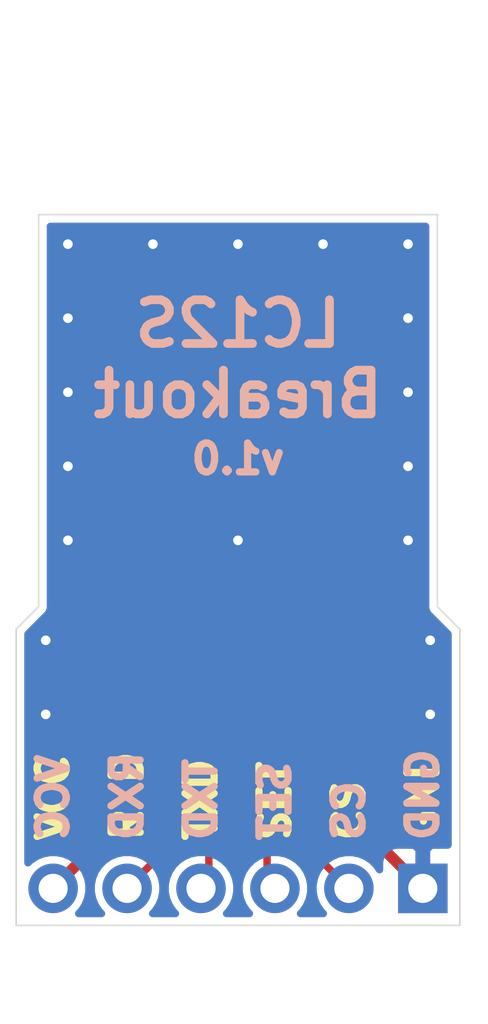
<source format=kicad_pcb>
(kicad_pcb (version 20171130) (host pcbnew "(5.1.10-1-10_14)")

  (general
    (thickness 1.6)
    (drawings 22)
    (tracks 32)
    (zones 0)
    (modules 2)
    (nets 7)
  )

  (page A4)
  (title_block
    (title "LC12S Breakout")
    (date 2021-09-27)
    (rev v01)
    (comment 3 "License: MIT")
    (comment 4 "Author: Mike Causer")
  )

  (layers
    (0 F.Cu signal)
    (31 B.Cu signal)
    (32 B.Adhes user)
    (33 F.Adhes user)
    (34 B.Paste user)
    (35 F.Paste user)
    (36 B.SilkS user)
    (37 F.SilkS user)
    (38 B.Mask user)
    (39 F.Mask user)
    (40 Dwgs.User user)
    (41 Cmts.User user)
    (42 Eco1.User user)
    (43 Eco2.User user)
    (44 Edge.Cuts user)
    (45 Margin user)
    (46 B.CrtYd user)
    (47 F.CrtYd user)
    (48 B.Fab user)
    (49 F.Fab user)
  )

  (setup
    (last_trace_width 0.254)
    (user_trace_width 0.254)
    (user_trace_width 0.381)
    (trace_clearance 0.1524)
    (zone_clearance 0.254)
    (zone_45_only no)
    (trace_min 0.1524)
    (via_size 0.6858)
    (via_drill 0.3302)
    (via_min_size 0.6858)
    (via_min_drill 0.3302)
    (uvia_size 0.6858)
    (uvia_drill 0.3302)
    (uvias_allowed no)
    (uvia_min_size 0.6858)
    (uvia_min_drill 0.3302)
    (edge_width 0.05)
    (segment_width 0.2)
    (pcb_text_width 0.3)
    (pcb_text_size 1.5 1.5)
    (mod_edge_width 0.12)
    (mod_text_size 1 1)
    (mod_text_width 0.15)
    (pad_size 1.524 1.524)
    (pad_drill 0.762)
    (pad_to_mask_clearance 0.0508)
    (solder_mask_min_width 0.0508)
    (aux_axis_origin 0 0)
    (visible_elements FFFFF77F)
    (pcbplotparams
      (layerselection 0x010fc_ffffffff)
      (usegerberextensions false)
      (usegerberattributes true)
      (usegerberadvancedattributes true)
      (creategerberjobfile true)
      (excludeedgelayer true)
      (linewidth 0.100000)
      (plotframeref false)
      (viasonmask false)
      (mode 1)
      (useauxorigin false)
      (hpglpennumber 1)
      (hpglpenspeed 20)
      (hpglpendiameter 15.000000)
      (psnegative false)
      (psa4output false)
      (plotreference true)
      (plotvalue true)
      (plotinvisibletext false)
      (padsonsilk false)
      (subtractmaskfromsilk false)
      (outputformat 1)
      (mirror false)
      (drillshape 1)
      (scaleselection 1)
      (outputdirectory ""))
  )

  (net 0 "")
  (net 1 "Net-(J1-Pad6)")
  (net 2 "Net-(J1-Pad5)")
  (net 3 "Net-(J1-Pad4)")
  (net 4 "Net-(J1-Pad3)")
  (net 5 "Net-(J1-Pad2)")
  (net 6 "Net-(J1-Pad1)")

  (net_class Default "This is the default net class."
    (clearance 0.1524)
    (trace_width 0.1524)
    (via_dia 0.6858)
    (via_drill 0.3302)
    (uvia_dia 0.6858)
    (uvia_drill 0.3302)
    (add_net "Net-(J1-Pad1)")
    (add_net "Net-(J1-Pad2)")
    (add_net "Net-(J1-Pad3)")
    (add_net "Net-(J1-Pad4)")
    (add_net "Net-(J1-Pad5)")
    (add_net "Net-(J1-Pad6)")
  )

  (module lc12s_breakout:PinHeader_1x06_P2.54mm_Vertical (layer F.Cu) (tedit 6151B40F) (tstamp 61521650)
    (at 133.35 127 270)
    (descr "Through hole straight pin header, 1x06, 2.54mm pitch, single row")
    (tags "Through hole pin header THT 1x06 2.54mm single row")
    (path /6151E7B7)
    (fp_text reference J1 (at 3.81 -1.27 180) (layer F.Fab)
      (effects (font (size 1 1) (thickness 0.15)))
    )
    (fp_text value Conn_01x06_Male (at 3.81 7.62 180) (layer F.Fab)
      (effects (font (size 1 1) (thickness 0.15)))
    )
    (fp_line (start -0.635 -1.27) (end 1.27 -1.27) (layer F.Fab) (width 0.1))
    (fp_line (start 1.27 -1.27) (end 1.27 13.97) (layer F.Fab) (width 0.1))
    (fp_line (start 1.27 13.97) (end -1.27 13.97) (layer F.Fab) (width 0.1))
    (fp_line (start -1.27 13.97) (end -1.27 -0.635) (layer F.Fab) (width 0.1))
    (fp_line (start -1.27 -0.635) (end -0.635 -1.27) (layer F.Fab) (width 0.1))
    (fp_line (start -1.8 -1.8) (end -1.8 14.5) (layer F.CrtYd) (width 0.05))
    (fp_line (start -1.8 14.5) (end 1.8 14.5) (layer F.CrtYd) (width 0.05))
    (fp_line (start 1.8 14.5) (end 1.8 -1.8) (layer F.CrtYd) (width 0.05))
    (fp_line (start 1.8 -1.8) (end -1.8 -1.8) (layer F.CrtYd) (width 0.05))
    (pad 1 thru_hole rect (at 0 0 270) (size 1.7 1.7) (drill 1) (layers *.Cu *.Mask)
      (net 6 "Net-(J1-Pad1)"))
    (pad 2 thru_hole oval (at 0 2.54 270) (size 1.7 1.7) (drill 1) (layers *.Cu *.Mask)
      (net 5 "Net-(J1-Pad2)"))
    (pad 3 thru_hole oval (at 0 5.08 270) (size 1.7 1.7) (drill 1) (layers *.Cu *.Mask)
      (net 4 "Net-(J1-Pad3)"))
    (pad 4 thru_hole oval (at 0 7.62 270) (size 1.7 1.7) (drill 1) (layers *.Cu *.Mask)
      (net 3 "Net-(J1-Pad4)"))
    (pad 5 thru_hole oval (at 0 10.16 270) (size 1.7 1.7) (drill 1) (layers *.Cu *.Mask)
      (net 2 "Net-(J1-Pad5)"))
    (pad 6 thru_hole oval (at 0 12.7 270) (size 1.7 1.7) (drill 1) (layers *.Cu *.Mask)
      (net 1 "Net-(J1-Pad6)"))
    (model ${KISYS3DMOD}/Connector_PinHeader_2.54mm.3dshapes/PinHeader_1x06_P2.54mm_Vertical.wrl
      (at (xyz 0 0 0))
      (scale (xyz 1 1 1))
      (rotate (xyz 0 0 0))
    )
  )

  (module lc12s_breakout:LC12S_module (layer F.Cu) (tedit 6151852D) (tstamp 6151DCF8)
    (at 122.00001 119.888)
    (path /6151E2A2)
    (fp_text reference U1 (at -1 -3.81) (layer F.Fab)
      (effects (font (size 1 1) (thickness 0.15)) (justify left))
    )
    (fp_text value LC12S (at -1 -6.35) (layer F.Fab)
      (effects (font (size 1 1) (thickness 0.15)) (justify left))
    )
    (fp_circle (center 9.75 -4.2) (end 10.55 -4.2) (layer F.Fab) (width 0.12))
    (fp_line (start -1.85 -16) (end 11.85 -16) (layer F.Fab) (width 0.12))
    (fp_line (start -1.85 0) (end 11.85 0) (layer F.Fab) (width 0.12))
    (fp_line (start -1.85 -23.3) (end 11.85 -23.3) (layer F.Fab) (width 0.12))
    (fp_line (start 11.85 0) (end 11.85 -23.3) (layer F.Fab) (width 0.12))
    (fp_line (start -1.85 0) (end -1.85 -23.3) (layer F.Fab) (width 0.12))
    (fp_circle (center 9.75 -19.8) (end 10.55 -19.8) (layer F.Fab) (width 0.12))
    (pad 6 smd rect (at 10 0) (size 1.27 3.81) (layers F.Cu F.Paste F.Mask)
      (net 6 "Net-(J1-Pad1)"))
    (pad 5 smd rect (at 8 0) (size 1.27 3.81) (layers F.Cu F.Paste F.Mask)
      (net 5 "Net-(J1-Pad2)"))
    (pad 4 smd rect (at 6 0) (size 1.27 3.81) (layers F.Cu F.Paste F.Mask)
      (net 4 "Net-(J1-Pad3)"))
    (pad 3 smd rect (at 4 0) (size 1.27 3.81) (layers F.Cu F.Paste F.Mask)
      (net 3 "Net-(J1-Pad4)"))
    (pad 2 smd rect (at 2 0) (size 1.27 3.81) (layers F.Cu F.Paste F.Mask)
      (net 2 "Net-(J1-Pad5)"))
    (pad 1 smd rect (at 0 0) (size 1.27 3.81) (layers F.Cu F.Paste F.Mask)
      (net 1 "Net-(J1-Pad6)"))
  )

  (gr_text v1.0 (at 127 112.268) (layer B.SilkS)
    (effects (font (size 0.992 0.992) (thickness 0.248)) (justify mirror))
  )
  (gr_text "LC12S\nBreakout" (at 127 108.839) (layer B.SilkS)
    (effects (font (size 1.5 1.5) (thickness 0.3)) (justify mirror))
  )
  (gr_text GND (at 133.35 125.476 90) (layer B.SilkS) (tstamp 61580041)
    (effects (font (size 1 1) (thickness 0.25)) (justify right mirror))
  )
  (gr_text CS (at 130.81 125.476 90) (layer B.SilkS) (tstamp 61580035)
    (effects (font (size 1 1) (thickness 0.25)) (justify right mirror))
  )
  (gr_text SET (at 128.27 125.476 90) (layer B.SilkS) (tstamp 6158002A)
    (effects (font (size 1 1) (thickness 0.25)) (justify right mirror))
  )
  (gr_text TXD (at 125.73 125.476 90) (layer B.SilkS) (tstamp 6158001F)
    (effects (font (size 1 1) (thickness 0.25)) (justify right mirror))
  )
  (gr_text RXD (at 123.19 125.476 90) (layer B.SilkS) (tstamp 61580011)
    (effects (font (size 1 1) (thickness 0.25)) (justify right mirror))
  )
  (gr_text VCC (at 120.65 125.476 90) (layer B.SilkS) (tstamp 6157FFDB)
    (effects (font (size 1 1) (thickness 0.25)) (justify right mirror))
  )
  (gr_line (start 134.62 118.11) (end 133.85165 117.33911) (layer Edge.Cuts) (width 0.05))
  (gr_line (start 119.38 118.11) (end 120.15089 117.33911) (layer Edge.Cuts) (width 0.05))
  (gr_line (start 120.15089 103.88854) (end 133.85165 103.88854) (layer Edge.Cuts) (width 0.05) (tstamp 61521CED))
  (gr_line (start 133.85165 103.88854) (end 133.85165 117.33911) (layer Edge.Cuts) (width 0.05))
  (gr_line (start 120.15089 103.88854) (end 120.15089 117.33911) (layer Edge.Cuts) (width 0.05))
  (gr_line (start 119.38 128.27) (end 134.62 128.27) (layer Edge.Cuts) (width 0.05) (tstamp 61521BFD))
  (gr_line (start 119.38 128.27) (end 119.38 118.11) (layer Edge.Cuts) (width 0.05))
  (gr_line (start 134.62 128.27) (end 134.62 118.11) (layer Edge.Cuts) (width 0.05))
  (gr_text GND (at 133.35 125.476 90) (layer F.SilkS)
    (effects (font (size 1 1) (thickness 0.25)) (justify left))
  )
  (gr_text CS (at 130.81 125.476 90) (layer F.SilkS)
    (effects (font (size 1 1) (thickness 0.25)) (justify left))
  )
  (gr_text SET (at 128.27 125.476 90) (layer F.SilkS)
    (effects (font (size 1 1) (thickness 0.25)) (justify left))
  )
  (gr_text TXD (at 125.73 125.476 90) (layer F.SilkS)
    (effects (font (size 1 1) (thickness 0.25)) (justify left))
  )
  (gr_text RXD (at 123.19 125.476 90) (layer F.SilkS)
    (effects (font (size 1 1) (thickness 0.25)) (justify left))
  )
  (gr_text VCC (at 120.65 125.476 90) (layer F.SilkS)
    (effects (font (size 1 1) (thickness 0.25)) (justify left))
  )

  (segment (start 122.00001 125.64999) (end 120.65 127) (width 0.381) (layer F.Cu) (net 1))
  (segment (start 122.00001 119.888) (end 122.00001 125.64999) (width 0.381) (layer F.Cu) (net 1))
  (segment (start 124.00001 126.18999) (end 123.19 127) (width 0.254) (layer F.Cu) (net 2))
  (segment (start 124.00001 119.888) (end 124.00001 126.18999) (width 0.254) (layer F.Cu) (net 2))
  (segment (start 126.00001 119.888) (end 125.984 119.90401) (width 0.254) (layer F.Cu) (net 3))
  (segment (start 126.00001 126.72999) (end 125.73 127) (width 0.254) (layer F.Cu) (net 3))
  (segment (start 126.00001 119.888) (end 126.00001 126.72999) (width 0.254) (layer F.Cu) (net 3))
  (segment (start 128.00001 119.888) (end 128.016 119.90399) (width 0.254) (layer F.Cu) (net 4))
  (segment (start 128.00001 126.73001) (end 128.27 127) (width 0.254) (layer F.Cu) (net 4))
  (segment (start 128.00001 119.888) (end 128.00001 126.73001) (width 0.254) (layer F.Cu) (net 4))
  (segment (start 130.00001 126.19001) (end 130.81 127) (width 0.254) (layer F.Cu) (net 5))
  (segment (start 130.00001 119.888) (end 130.00001 126.19001) (width 0.254) (layer F.Cu) (net 5))
  (via (at 120.396 118.491) (size 0.6858) (drill 0.3302) (layers F.Cu B.Cu) (net 6))
  (via (at 133.604 118.491) (size 0.6858) (drill 0.3302) (layers F.Cu B.Cu) (net 6))
  (via (at 120.396 121.031) (size 0.6858) (drill 0.3302) (layers F.Cu B.Cu) (net 6))
  (via (at 133.604 121.031) (size 0.6858) (drill 0.3302) (layers F.Cu B.Cu) (net 6))
  (via (at 121.158 115.062) (size 0.6858) (drill 0.3302) (layers F.Cu B.Cu) (net 6))
  (via (at 132.842 115.062) (size 0.6858) (drill 0.3302) (layers F.Cu B.Cu) (net 6))
  (via (at 132.842 112.522) (size 0.6858) (drill 0.3302) (layers F.Cu B.Cu) (net 6))
  (via (at 121.158 112.522) (size 0.6858) (drill 0.3302) (layers F.Cu B.Cu) (net 6))
  (via (at 121.158 109.982) (size 0.6858) (drill 0.3302) (layers F.Cu B.Cu) (net 6))
  (via (at 121.158 107.442) (size 0.6858) (drill 0.3302) (layers F.Cu B.Cu) (net 6))
  (via (at 121.158 104.902) (size 0.6858) (drill 0.3302) (layers F.Cu B.Cu) (net 6) (tstamp 61581B8B))
  (via (at 132.842 109.982) (size 0.6858) (drill 0.3302) (layers F.Cu B.Cu) (net 6))
  (via (at 132.842 107.442) (size 0.6858) (drill 0.3302) (layers F.Cu B.Cu) (net 6))
  (via (at 132.842 104.902) (size 0.6858) (drill 0.3302) (layers F.Cu B.Cu) (net 6))
  (via (at 127 104.902) (size 0.6858) (drill 0.3302) (layers F.Cu B.Cu) (net 6))
  (via (at 124.079 104.902) (size 0.6858) (drill 0.3302) (layers F.Cu B.Cu) (net 6))
  (via (at 129.921 104.902) (size 0.6858) (drill 0.3302) (layers F.Cu B.Cu) (net 6))
  (via (at 127 115.062) (size 0.6858) (drill 0.3302) (layers F.Cu B.Cu) (net 6) (tstamp 61581C78))
  (segment (start 132.00001 125.65001) (end 133.35 127) (width 0.381) (layer F.Cu) (net 6))
  (segment (start 132.00001 119.888) (end 132.00001 125.65001) (width 0.381) (layer F.Cu) (net 6))

  (zone (net 6) (net_name "Net-(J1-Pad1)") (layer F.Cu) (tstamp 615822E3) (hatch edge 0.508)
    (connect_pads (clearance 0.254))
    (min_thickness 0.254)
    (fill yes (arc_segments 32) (thermal_gap 0.508) (thermal_bridge_width 0.508))
    (polygon
      (pts
        (xy 134.874 128.524) (xy 119.126 128.524) (xy 119.126 102.743) (xy 134.874 102.743)
      )
    )
    (filled_polygon
      (pts
        (xy 133.445651 117.318828) (xy 133.443687 117.338437) (xy 133.445651 117.358722) (xy 133.445651 117.359051) (xy 133.447524 117.378069)
        (xy 133.451394 117.418039) (xy 133.451493 117.418368) (xy 133.451526 117.4187) (xy 133.462955 117.456376) (xy 133.474484 117.494609)
        (xy 133.474643 117.494907) (xy 133.474741 117.495231) (xy 133.493442 117.530218) (xy 133.512067 117.565202) (xy 133.512281 117.565464)
        (xy 133.512441 117.565763) (xy 133.537683 117.59652) (xy 133.550015 117.611597) (xy 133.550251 117.611833) (xy 133.563177 117.627584)
        (xy 133.578408 117.640084) (xy 134.214001 118.27778) (xy 134.214 125.513307) (xy 134.2 125.511928) (xy 133.63575 125.515)
        (xy 133.477 125.67375) (xy 133.477 126.873) (xy 133.497 126.873) (xy 133.497 127.127) (xy 133.477 127.127)
        (xy 133.477 127.147) (xy 133.223 127.147) (xy 133.223 127.127) (xy 133.203 127.127) (xy 133.203 126.873)
        (xy 133.223 126.873) (xy 133.223 125.67375) (xy 133.06425 125.515) (xy 132.5 125.511928) (xy 132.375518 125.524188)
        (xy 132.25582 125.560498) (xy 132.145506 125.619463) (xy 132.048815 125.698815) (xy 131.969463 125.795506) (xy 131.910498 125.90582)
        (xy 131.874188 126.025518) (xy 131.861928 126.15) (xy 131.863073 126.360294) (xy 131.76618 126.215283) (xy 131.594717 126.04382)
        (xy 131.393097 125.909102) (xy 131.169069 125.816307) (xy 130.931243 125.769) (xy 130.688757 125.769) (xy 130.50801 125.804953)
        (xy 130.50801 122.175843) (xy 130.63501 122.175843) (xy 130.709699 122.168487) (xy 130.781518 122.146701) (xy 130.822376 122.124862)
        (xy 130.834473 122.147494) (xy 130.913825 122.244185) (xy 131.010516 122.323537) (xy 131.12083 122.382502) (xy 131.240528 122.418812)
        (xy 131.36501 122.431072) (xy 131.71426 122.428) (xy 131.87301 122.26925) (xy 131.87301 120.015) (xy 132.12701 120.015)
        (xy 132.12701 122.26925) (xy 132.28576 122.428) (xy 132.63501 122.431072) (xy 132.759492 122.418812) (xy 132.87919 122.382502)
        (xy 132.989504 122.323537) (xy 133.086195 122.244185) (xy 133.165547 122.147494) (xy 133.224512 122.03718) (xy 133.260822 121.917482)
        (xy 133.273082 121.793) (xy 133.27001 120.17375) (xy 133.11126 120.015) (xy 132.12701 120.015) (xy 131.87301 120.015)
        (xy 131.85301 120.015) (xy 131.85301 119.761) (xy 131.87301 119.761) (xy 131.87301 117.50675) (xy 132.12701 117.50675)
        (xy 132.12701 119.761) (xy 133.11126 119.761) (xy 133.27001 119.60225) (xy 133.273082 117.983) (xy 133.260822 117.858518)
        (xy 133.224512 117.73882) (xy 133.165547 117.628506) (xy 133.086195 117.531815) (xy 132.989504 117.452463) (xy 132.87919 117.393498)
        (xy 132.759492 117.357188) (xy 132.63501 117.344928) (xy 132.28576 117.348) (xy 132.12701 117.50675) (xy 131.87301 117.50675)
        (xy 131.71426 117.348) (xy 131.36501 117.344928) (xy 131.240528 117.357188) (xy 131.12083 117.393498) (xy 131.010516 117.452463)
        (xy 130.913825 117.531815) (xy 130.834473 117.628506) (xy 130.822376 117.651138) (xy 130.781518 117.629299) (xy 130.709699 117.607513)
        (xy 130.63501 117.600157) (xy 129.36501 117.600157) (xy 129.290321 117.607513) (xy 129.218502 117.629299) (xy 129.152314 117.664678)
        (xy 129.094299 117.712289) (xy 129.046688 117.770304) (xy 129.011309 117.836492) (xy 129.00001 117.87374) (xy 128.988711 117.836492)
        (xy 128.953332 117.770304) (xy 128.905721 117.712289) (xy 128.847706 117.664678) (xy 128.781518 117.629299) (xy 128.709699 117.607513)
        (xy 128.63501 117.600157) (xy 127.36501 117.600157) (xy 127.290321 117.607513) (xy 127.218502 117.629299) (xy 127.152314 117.664678)
        (xy 127.094299 117.712289) (xy 127.046688 117.770304) (xy 127.011309 117.836492) (xy 127.00001 117.87374) (xy 126.988711 117.836492)
        (xy 126.953332 117.770304) (xy 126.905721 117.712289) (xy 126.847706 117.664678) (xy 126.781518 117.629299) (xy 126.709699 117.607513)
        (xy 126.63501 117.600157) (xy 125.36501 117.600157) (xy 125.290321 117.607513) (xy 125.218502 117.629299) (xy 125.152314 117.664678)
        (xy 125.094299 117.712289) (xy 125.046688 117.770304) (xy 125.011309 117.836492) (xy 125.00001 117.87374) (xy 124.988711 117.836492)
        (xy 124.953332 117.770304) (xy 124.905721 117.712289) (xy 124.847706 117.664678) (xy 124.781518 117.629299) (xy 124.709699 117.607513)
        (xy 124.63501 117.600157) (xy 123.36501 117.600157) (xy 123.290321 117.607513) (xy 123.218502 117.629299) (xy 123.152314 117.664678)
        (xy 123.094299 117.712289) (xy 123.046688 117.770304) (xy 123.011309 117.836492) (xy 123.00001 117.87374) (xy 122.988711 117.836492)
        (xy 122.953332 117.770304) (xy 122.905721 117.712289) (xy 122.847706 117.664678) (xy 122.781518 117.629299) (xy 122.709699 117.607513)
        (xy 122.63501 117.600157) (xy 121.36501 117.600157) (xy 121.290321 117.607513) (xy 121.218502 117.629299) (xy 121.152314 117.664678)
        (xy 121.094299 117.712289) (xy 121.046688 117.770304) (xy 121.011309 117.836492) (xy 120.989523 117.908311) (xy 120.982167 117.983)
        (xy 120.982167 121.793) (xy 120.989523 121.867689) (xy 121.011309 121.939508) (xy 121.046688 122.005696) (xy 121.094299 122.063711)
        (xy 121.152314 122.111322) (xy 121.218502 122.146701) (xy 121.290321 122.168487) (xy 121.36501 122.175843) (xy 121.42851 122.175843)
        (xy 121.428511 125.413266) (xy 121.020667 125.821111) (xy 121.009069 125.816307) (xy 120.771243 125.769) (xy 120.528757 125.769)
        (xy 120.290931 125.816307) (xy 120.066903 125.909102) (xy 119.865283 126.04382) (xy 119.786 126.123103) (xy 119.786 118.278169)
        (xy 120.423876 117.640295) (xy 120.439364 117.627584) (xy 120.452485 117.611597) (xy 120.461873 117.600157) (xy 120.4901 117.565763)
        (xy 120.5278 117.495231) (xy 120.551015 117.4187) (xy 120.55689 117.359051) (xy 120.55689 117.359044) (xy 120.558853 117.339111)
        (xy 120.55689 117.319178) (xy 120.55689 104.29454) (xy 133.44565 104.29454)
      )
    )
  )
  (zone (net 6) (net_name "Net-(J1-Pad1)") (layer B.Cu) (tstamp 615822E0) (hatch edge 0.508)
    (connect_pads (clearance 0.254))
    (min_thickness 0.254)
    (fill yes (arc_segments 32) (thermal_gap 0.508) (thermal_bridge_width 0.508))
    (polygon
      (pts
        (xy 134.874 128.524) (xy 119.126 128.524) (xy 119.126 102.743) (xy 134.874 102.743)
      )
    )
    (filled_polygon
      (pts
        (xy 133.445651 117.318828) (xy 133.443687 117.338437) (xy 133.445651 117.358722) (xy 133.445651 117.359051) (xy 133.447524 117.378069)
        (xy 133.451394 117.418039) (xy 133.451493 117.418368) (xy 133.451526 117.4187) (xy 133.462955 117.456376) (xy 133.474484 117.494609)
        (xy 133.474643 117.494907) (xy 133.474741 117.495231) (xy 133.493442 117.530218) (xy 133.512067 117.565202) (xy 133.512281 117.565464)
        (xy 133.512441 117.565763) (xy 133.537683 117.59652) (xy 133.550015 117.611597) (xy 133.550251 117.611833) (xy 133.563177 117.627584)
        (xy 133.578408 117.640084) (xy 134.214001 118.27778) (xy 134.214 125.513307) (xy 134.2 125.511928) (xy 133.63575 125.515)
        (xy 133.477 125.67375) (xy 133.477 126.873) (xy 133.497 126.873) (xy 133.497 127.127) (xy 133.477 127.127)
        (xy 133.477 127.147) (xy 133.223 127.147) (xy 133.223 127.127) (xy 133.203 127.127) (xy 133.203 126.873)
        (xy 133.223 126.873) (xy 133.223 125.67375) (xy 133.06425 125.515) (xy 132.5 125.511928) (xy 132.375518 125.524188)
        (xy 132.25582 125.560498) (xy 132.145506 125.619463) (xy 132.048815 125.698815) (xy 131.969463 125.795506) (xy 131.910498 125.90582)
        (xy 131.874188 126.025518) (xy 131.861928 126.15) (xy 131.863073 126.360294) (xy 131.76618 126.215283) (xy 131.594717 126.04382)
        (xy 131.393097 125.909102) (xy 131.169069 125.816307) (xy 130.931243 125.769) (xy 130.688757 125.769) (xy 130.450931 125.816307)
        (xy 130.226903 125.909102) (xy 130.025283 126.04382) (xy 129.85382 126.215283) (xy 129.719102 126.416903) (xy 129.626307 126.640931)
        (xy 129.579 126.878757) (xy 129.579 127.121243) (xy 129.626307 127.359069) (xy 129.719102 127.583097) (xy 129.85382 127.784717)
        (xy 129.933103 127.864) (xy 129.146897 127.864) (xy 129.22618 127.784717) (xy 129.360898 127.583097) (xy 129.453693 127.359069)
        (xy 129.501 127.121243) (xy 129.501 126.878757) (xy 129.453693 126.640931) (xy 129.360898 126.416903) (xy 129.22618 126.215283)
        (xy 129.054717 126.04382) (xy 128.853097 125.909102) (xy 128.629069 125.816307) (xy 128.391243 125.769) (xy 128.148757 125.769)
        (xy 127.910931 125.816307) (xy 127.686903 125.909102) (xy 127.485283 126.04382) (xy 127.31382 126.215283) (xy 127.179102 126.416903)
        (xy 127.086307 126.640931) (xy 127.039 126.878757) (xy 127.039 127.121243) (xy 127.086307 127.359069) (xy 127.179102 127.583097)
        (xy 127.31382 127.784717) (xy 127.393103 127.864) (xy 126.606897 127.864) (xy 126.68618 127.784717) (xy 126.820898 127.583097)
        (xy 126.913693 127.359069) (xy 126.961 127.121243) (xy 126.961 126.878757) (xy 126.913693 126.640931) (xy 126.820898 126.416903)
        (xy 126.68618 126.215283) (xy 126.514717 126.04382) (xy 126.313097 125.909102) (xy 126.089069 125.816307) (xy 125.851243 125.769)
        (xy 125.608757 125.769) (xy 125.370931 125.816307) (xy 125.146903 125.909102) (xy 124.945283 126.04382) (xy 124.77382 126.215283)
        (xy 124.639102 126.416903) (xy 124.546307 126.640931) (xy 124.499 126.878757) (xy 124.499 127.121243) (xy 124.546307 127.359069)
        (xy 124.639102 127.583097) (xy 124.77382 127.784717) (xy 124.853103 127.864) (xy 124.066897 127.864) (xy 124.14618 127.784717)
        (xy 124.280898 127.583097) (xy 124.373693 127.359069) (xy 124.421 127.121243) (xy 124.421 126.878757) (xy 124.373693 126.640931)
        (xy 124.280898 126.416903) (xy 124.14618 126.215283) (xy 123.974717 126.04382) (xy 123.773097 125.909102) (xy 123.549069 125.816307)
        (xy 123.311243 125.769) (xy 123.068757 125.769) (xy 122.830931 125.816307) (xy 122.606903 125.909102) (xy 122.405283 126.04382)
        (xy 122.23382 126.215283) (xy 122.099102 126.416903) (xy 122.006307 126.640931) (xy 121.959 126.878757) (xy 121.959 127.121243)
        (xy 122.006307 127.359069) (xy 122.099102 127.583097) (xy 122.23382 127.784717) (xy 122.313103 127.864) (xy 121.526897 127.864)
        (xy 121.60618 127.784717) (xy 121.740898 127.583097) (xy 121.833693 127.359069) (xy 121.881 127.121243) (xy 121.881 126.878757)
        (xy 121.833693 126.640931) (xy 121.740898 126.416903) (xy 121.60618 126.215283) (xy 121.434717 126.04382) (xy 121.233097 125.909102)
        (xy 121.009069 125.816307) (xy 120.771243 125.769) (xy 120.528757 125.769) (xy 120.290931 125.816307) (xy 120.066903 125.909102)
        (xy 119.865283 126.04382) (xy 119.786 126.123103) (xy 119.786 118.278169) (xy 120.423876 117.640295) (xy 120.439364 117.627584)
        (xy 120.452485 117.611597) (xy 120.45622 117.607046) (xy 120.4901 117.565763) (xy 120.5278 117.495231) (xy 120.551015 117.4187)
        (xy 120.55689 117.359051) (xy 120.55689 117.359044) (xy 120.558853 117.339111) (xy 120.55689 117.319178) (xy 120.55689 104.29454)
        (xy 133.44565 104.29454)
      )
    )
  )
)

</source>
